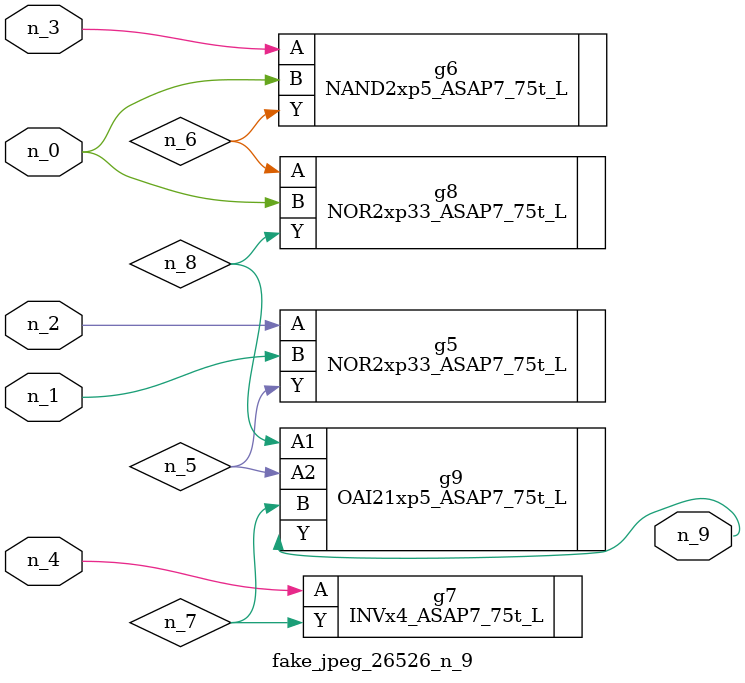
<source format=v>
module fake_jpeg_26526_n_9 (n_3, n_2, n_1, n_0, n_4, n_9);

input n_3;
input n_2;
input n_1;
input n_0;
input n_4;

output n_9;

wire n_8;
wire n_6;
wire n_5;
wire n_7;

NOR2xp33_ASAP7_75t_L g5 ( 
.A(n_2),
.B(n_1),
.Y(n_5)
);

NAND2xp5_ASAP7_75t_L g6 ( 
.A(n_3),
.B(n_0),
.Y(n_6)
);

INVx4_ASAP7_75t_L g7 ( 
.A(n_4),
.Y(n_7)
);

NOR2xp33_ASAP7_75t_L g8 ( 
.A(n_6),
.B(n_0),
.Y(n_8)
);

OAI21xp5_ASAP7_75t_L g9 ( 
.A1(n_8),
.A2(n_5),
.B(n_7),
.Y(n_9)
);


endmodule
</source>
